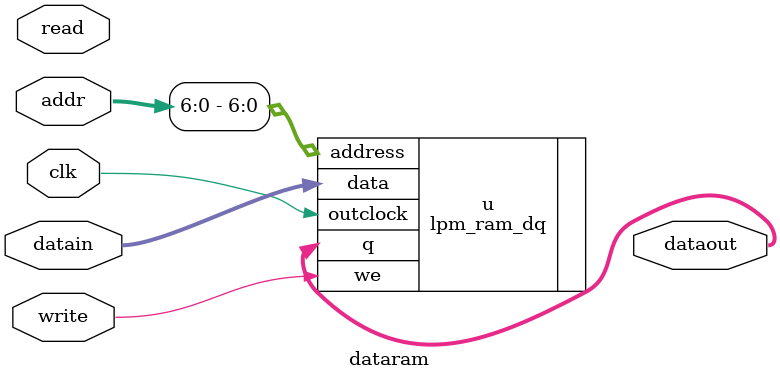
<source format=v>

module dataram(addr, read, write, clk, datain, dataout);
	input	[8:0]	addr;
	input			read;
	input			write;
	input			clk;
	input	[7:0]	datain;
	output	[7:0]	dataout;

	lpm_ram_dq u (
		.data(datain),
		//	.address(addr),		// Full implementation of BANK3-0
		.address(addr[6:0]),	// BANK0 only
		//	.inclock(clk),
		.outclock(clk),
		.we(write),
		.q(dataout)
	);

//	defparam	u.LPM_WIDTHAD	= 9;	// LPM_WIDTHAD (Full implementation of BANK3-0)
	defparam	u.LPM_WIDTHAD	= 7;	// LPM_WIDTHAD (BANK0 only)
	defparam	u.LPM_WIDTH		= 8;
	defparam	u.LPM_INDATA	= "UNREGISTERED";
	defparam	u.LPM_ADDRESS_CONTROL	= "UNREGISTERED";
	defparam	u.LPM_OUTDATA	= "REGISTERED";

endmodule

</source>
